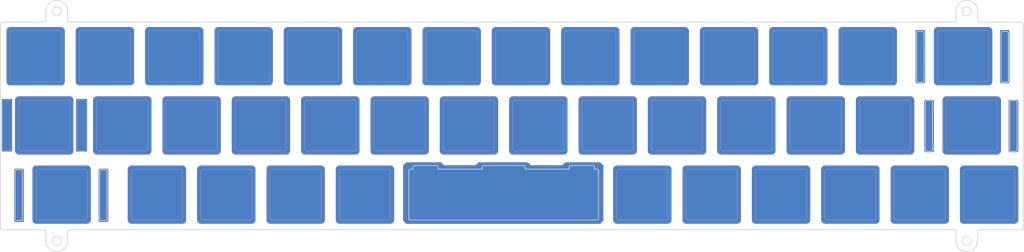
<source format=kicad_pcb>
(kicad_pcb (version 20210424) (generator pcbnew)
  (layers (0 "F.Cu" signal) (31 "B.Cu" signal) (34 "B.Paste" user) (35 "F.Paste" user) (36 "B.SilkS" user "B.Silkscreen") (37 "F.SilkS" user "F.Silkscreen") (38 "B.Mask" user) (39 "F.Mask" user) (44 "Edge.Cuts" user))
  (net 0 "")
  (footprint "Keybage_MX_Cutout:MX_Cutout_1u" (layer "F.Cu") (at 120.3625 261.14375 180)
    (fp_text reference "REF**" hide)
    (fp_text value "MX_Cutout_1u" hide)
    (fp_line (start -7 -6.5) (end -7 6.5) (layer "Edge.Cuts") (width 0.05))
    (fp_line (start -6.5 7) (end 6.5 7) (layer "Edge.Cuts") (width 0.05))
    (fp_line (start 7 6.5) (end 7 -6.5) (layer "Edge.Cuts") (width 0.05))
    (fp_line (start 6.5 -7) (end -6.5 -7) (layer "Edge.Cuts") (width 0.05))
    (fp_arc (start -6.5 6.5) (end -7 6.5) (angle -90) (layer "Edge.Cuts") (width 0.05))
    (fp_arc (start 6.5 6.5) (end 6.5 7) (angle -90) (layer "Edge.Cuts") (width 0.05))
    (fp_arc (start -6.5 -6.5) (end -6.5 -7) (angle -90) (layer "Edge.Cuts") (width 0.05))
    (fp_arc (start 6.5 -6.5) (end 7 -6.5) (angle -90) (layer "Edge.Cuts") (width 0.05))
    (pad "1" smd roundrect locked (at 0 0) (size 16 16) (layers "B.Cu" "B.Mask") (roundrect_rratio 0.063))
    (pad "1" smd roundrect locked (at 0 0) (size 16 16) (layers "F.Cu" "F.Mask") (roundrect_rratio 0.063))
  )
  (footprint "Keybage_MX_Cutout:MX_Cutout_1u" (layer "F.Cu") (at 225.1375 280.19375 180)
    (fp_text reference "REF**" hide)
    (fp_text value "MX_Cutout_1u" hide)
    (fp_line (start 6.5 -7) (end -6.5 -7) (layer "Edge.Cuts") (width 0.05))
    (fp_line (start 7 6.5) (end 7 -6.5) (layer "Edge.Cuts") (width 0.05))
    (fp_line (start -6.5 7) (end 6.5 7) (layer "Edge.Cuts") (width 0.05))
    (fp_line (start -7 -6.5) (end -7 6.5) (layer "Edge.Cuts") (width 0.05))
    (fp_arc (start -6.5 6.5) (end -7 6.5) (angle -90) (layer "Edge.Cuts") (width 0.05))
    (fp_arc (start 6.5 -6.5) (end 7 -6.5) (angle -90) (layer "Edge.Cuts") (width 0.05))
    (fp_arc (start 6.5 6.5) (end 6.5 7) (angle -90) (layer "Edge.Cuts") (width 0.05))
    (fp_arc (start -6.5 -6.5) (end -6.5 -7) (angle -90) (layer "Edge.Cuts") (width 0.05))
    (pad "1" smd roundrect locked (at 0 0) (size 16 16) (layers "F.Cu" "F.Mask") (roundrect_rratio 0.063))
    (pad "1" smd roundrect locked (at 0 0) (size 16 16) (layers "B.Cu" "B.Mask") (roundrect_rratio 0.063))
  )
  (footprint "Keybage_MX_Cutout:MX_Cutout_1u" (layer "F.Cu") (at 115.6 242.09375 180)
    (fp_text reference "REF**" hide)
    (fp_text value "MX_Cutout_1u" hide)
    (fp_line (start 6.5 -7) (end -6.5 -7) (layer "Edge.Cuts") (width 0.05))
    (fp_line (start 7 6.5) (end 7 -6.5) (layer "Edge.Cuts") (width 0.05))
    (fp_line (start -6.5 7) (end 6.5 7) (layer "Edge.Cuts") (width 0.05))
    (fp_line (start -7 -6.5) (end -7 6.5) (layer "Edge.Cuts") (width 0.05))
    (fp_arc (start -6.5 6.5) (end -7 6.5) (angle -90) (layer "Edge.Cuts") (width 0.05))
    (fp_arc (start 6.5 6.5) (end 6.5 7) (angle -90) (layer "Edge.Cuts") (width 0.05))
    (fp_arc (start 6.5 -6.5) (end 7 -6.5) (angle -90) (layer "Edge.Cuts") (width 0.05))
    (fp_arc (start -6.5 -6.5) (end -6.5 -7) (angle -90) (layer "Edge.Cuts") (width 0.05))
    (pad "1" smd roundrect locked (at 0 0) (size 16 16) (layers "F.Cu" "F.Mask") (roundrect_rratio 0.063))
    (pad "1" smd roundrect locked (at 0 0) (size 16 16) (layers "B.Cu" "B.Mask") (roundrect_rratio 0.063))
  )
  (footprint "Keybage_MX_Cutout:MX_Cutout_1u" (layer "F.Cu") (at 72.7375 280.19375 180)
    (fp_text reference "REF**" hide)
    (fp_text value "MX_Cutout_1u" hide)
    (fp_line (start -6.5 7) (end 6.5 7) (layer "Edge.Cuts") (width 0.05))
    (fp_line (start 6.5 -7) (end -6.5 -7) (layer "Edge.Cuts") (width 0.05))
    (fp_line (start 7 6.5) (end 7 -6.5) (layer "Edge.Cuts") (width 0.05))
    (fp_line (start -7 -6.5) (end -7 6.5) (layer "Edge.Cuts") (width 0.05))
    (fp_arc (start 6.5 -6.5) (end 7 -6.5) (angle -90) (layer "Edge.Cuts") (width 0.05))
    (fp_arc (start 6.5 6.5) (end 6.5 7) (angle -90) (layer "Edge.Cuts") (width 0.05))
    (fp_arc (start -6.5 6.5) (end -7 6.5) (angle -90) (layer "Edge.Cuts") (width 0.05))
    (fp_arc (start -6.5 -6.5) (end -6.5 -7) (angle -90) (layer "Edge.Cuts") (width 0.05))
    (pad "1" smd roundrect locked (at 0 0) (size 16 16) (layers "B.Cu" "B.Mask") (roundrect_rratio 0.063))
    (pad "1" smd roundrect locked (at 0 0) (size 16 16) (layers "F.Cu" "F.Mask") (roundrect_rratio 0.063))
  )
  (footprint "Keybage_MX_Cutout:MX_Cutout_1u" (layer "F.Cu") (at 96.55 242.09375 180)
    (fp_text reference "REF**" hide)
    (fp_text value "MX_Cutout_1u" hide)
    (fp_line (start 7 6.5) (end 7 -6.5) (layer "Edge.Cuts") (width 0.05))
    (fp_line (start -6.5 7) (end 6.5 7) (layer "Edge.Cuts") (width 0.05))
    (fp_line (start -7 -6.5) (end -7 6.5) (layer "Edge.Cuts") (width 0.05))
    (fp_line (start 6.5 -7) (end -6.5 -7) (layer "Edge.Cuts") (width 0.05))
    (fp_arc (start -6.5 -6.5) (end -6.5 -7) (angle -90) (layer "Edge.Cuts") (width 0.05))
    (fp_arc (start 6.5 -6.5) (end 7 -6.5) (angle -90) (layer "Edge.Cuts") (width 0.05))
    (fp_arc (start 6.5 6.5) (end 6.5 7) (angle -90) (layer "Edge.Cuts") (width 0.05))
    (fp_arc (start -6.5 6.5) (end -7 6.5) (angle -90) (layer "Edge.Cuts") (width 0.05))
    (pad "1" smd roundrect locked (at 0 0) (size 16 16) (layers "B.Cu" "B.Mask") (roundrect_rratio 0.063))
    (pad "1" smd roundrect locked (at 0 0) (size 16 16) (layers "F.Cu" "F.Mask") (roundrect_rratio 0.063))
  )
  (footprint "Keybage_MX_Cutout:MX_Cutout_1u" (layer "F.Cu") (at 63.2125 261.14375 180)
    (fp_text reference "REF**" hide)
    (fp_text value "MX_Cutout_1u" hide)
    (fp_line (start -6.5 7) (end 6.5 7) (layer "Edge.Cuts") (width 0.05))
    (fp_line (start 6.5 -7) (end -6.5 -7) (layer "Edge.Cuts") (width 0.05))
    (fp_line (start 7 6.5) (end 7 -6.5) (layer "Edge.Cuts") (width 0.05))
    (fp_line (start -7 -6.5) (end -7 6.5) (layer "Edge.Cuts") (width 0.05))
    (fp_arc (start -6.5 -6.5) (end -6.5 -7) (angle -90) (layer "Edge.Cuts") (width 0.05))
    (fp_arc (start 6.5 6.5) (end 6.5 7) (angle -90) (layer "Edge.Cuts") (width 0.05))
    (fp_arc (start -6.5 6.5) (end -7 6.5) (angle -90) (layer "Edge.Cuts") (width 0.05))
    (fp_arc (start 6.5 -6.5) (end 7 -6.5) (angle -90) (layer "Edge.Cuts") (width 0.05))
    (pad "1" smd roundrect locked (at 0 0) (size 16 16) (layers "B.Cu" "B.Mask") (roundrect_rratio 0.063))
    (pad "1" smd roundrect locked (at 0 0) (size 16 16) (layers "F.Cu" "F.Mask") (roundrect_rratio 0.063))
  )
  (footprint "Keybage_MX_Cutout:MX_Cutout_1u" (layer "F.Cu") (at 191.8 242.09375 180)
    (fp_text reference "REF**" hide)
    (fp_text value "MX_Cutout_1u" hide)
    (fp_line (start -7 -6.5) (end -7 6.5) (layer "Edge.Cuts") (width 0.05))
    (fp_line (start -6.5 7) (end 6.5 7) (layer "Edge.Cuts") (width 0.05))
    (fp_line (start 6.5 -7) (end -6.5 -7) (layer "Edge.Cuts") (width 0.05))
    (fp_line (start 7 6.5) (end 7 -6.5) (layer "Edge.Cuts") (width 0.05))
    (fp_arc (start 6.5 6.5) (end 6.5 7) (angle -90) (layer "Edge.Cuts") (width 0.05))
    (fp_arc (start -6.5 6.5) (end -7 6.5) (angle -90) (layer "Edge.Cuts") (width 0.05))
    (fp_arc (start -6.5 -6.5) (end -6.5 -7) (angle -90) (layer "Edge.Cuts") (width 0.05))
    (fp_arc (start 6.5 -6.5) (end 7 -6.5) (angle -90) (layer "Edge.Cuts") (width 0.05))
    (pad "1" smd roundrect locked (at 0 0) (size 16 16) (layers "F.Cu" "F.Mask") (roundrect_rratio 0.063))
    (pad "1" smd roundrect locked (at 0 0) (size 16 16) (layers "B.Cu" "B.Mask") (roundrect_rratio 0.063))
  )
  (footprint "Keybage_MX_Cutout:MX_Cutout_1u" (layer "F.Cu") (at 53.6875 280.19375 180)
    (fp_text reference "REF**" hide)
    (fp_text value "MX_Cutout_1u" hide)
    (fp_line (start 6.5 -7) (end -6.5 -7) (layer "Edge.Cuts") (width 0.05))
    (fp_line (start -7 -6.5) (end -7 6.5) (layer "Edge.Cuts") (width 0.05))
    (fp_line (start -6.5 7) (end 6.5 7) (layer "Edge.Cuts") (width 0.05))
    (fp_line (start 7 6.5) (end 7 -6.5) (layer "Edge.Cuts") (width 0.05))
    (fp_arc (start 6.5 6.5) (end 6.5 7) (angle -90) (layer "Edge.Cuts") (width 0.05))
    (fp_arc (start -6.5 6.5) (end -7 6.5) (angle -90) (layer "Edge.Cuts") (width 0.05))
    (fp_arc (start -6.5 -6.5) (end -6.5 -7) (angle -90) (layer "Edge.Cuts") (width 0.05))
    (fp_arc (start 6.5 -6.5) (end 7 -6.5) (angle -90) (layer "Edge.Cuts") (width 0.05))
    (pad "1" smd roundrect locked (at 0 0) (size 16 16) (layers "F.Cu" "F.Mask") (roundrect_rratio 0.063))
    (pad "1" smd roundrect locked (at 0 0) (size 16 16) (layers "B.Cu" "B.Mask") (roundrect_rratio 0.063))
  )
  (footprint "Keybage_MX_Cutout:MX_Cutout_1.25u_Acoustic" (layer "F.Cu") (at 22.73125 261.14375 180)
    (fp_text reference "REF**" hide)
    (fp_text value "MX_Cutout_1.25u_Acoustic" hide)
    (fp_line (start 9 -6.5) (end 9 6.5) (layer "Edge.Cuts") (width 0.05))
    (fp_line (start -9 -6.5) (end -9 6.5) (layer "Edge.Cuts") (width 0.05))
    (fp_line (start 11.5 -6.5) (end 11.5 6.5) (layer "Edge.Cuts") (width 0.05))
    (fp_line (start -11.5 -6.5) (end -11.5 6.5) (layer "Edge.Cuts") (width 0.05))
    (fp_line (start -11 7) (end -9.5 7) (layer "Edge.Cuts") (width 0.05))
    (fp_line (start 11 -7) (end 9.5 -7) (layer "Edge.Cuts") (width 0.05))
    (fp_line (start -9.5 -7) (end -11 -7) (layer "Edge.Cuts") (width 0.05))
    (fp_line (start 9.5 7) (end 11 7) (layer "Edge.Cuts") (width 0.05))
    (fp_arc (start -11 6.5) (end -11.5 6.5) (angle -90) (layer "Edge.Cuts") (width 0.05))
    (fp_arc (start -9.5 6.5) (end -9.5 7) (angle -90) (layer "Edge.Cuts") (width 0.05))
    (fp_arc (start -11 -6.5) (end -11 -7) (angle -90) (layer "Edge.Cuts") (width 0.05))
    (fp_arc (start 11 6.5) (end 11 7) (angle -90) (layer "Edge.Cuts") (width 0.05))
    (fp_arc (start 9.5 6.5) (end 9 6.5) (angle -90) (layer "Edge.Cuts") (width 0.05))
    (fp_arc (start 9.5 -6.5) (end 9.5 -7) (angle -90) (layer "Edge.Cuts") (width 0.05))
    (fp_arc (start -9.5 -6.5) (end -9 -6.5) (angle -90) (layer "Edge.Cuts") (width 0.05))
    (fp_arc (start 11 -6.5) (end 11.5 -6.5) (angle -90) (layer "Edge.Cuts") (width 0.05))
  )
  (footprint "Keybage_MX_Cutout:MX_Cutout_1.25u" (layer "F.Cu") (at 22.73125 261.14375 180)
    (fp_text reference "REF**" hide)
    (fp_text value "MX_Cutout_1.25u" hide)
    (fp_line (start 7 6.5) (end 7 -6.5) (layer "Edge.Cuts") (width 0.05))
    (fp_line (start -6.5 7) (end 6.5 7) (layer "Edge.Cuts") (width 0.05))
    (fp_line (start -7 -6.5) (end -7 6.5) (layer "Edge.Cuts") (width 0.05))
    (fp_line (start 6.5 -7) (end -6.5 -7) (layer "Edge.Cuts") (width 0.05))
    (fp_arc (start 6.5 -6.5) (end 7 -6.5) (angle -90) (layer "Edge.Cuts") (width 0.05))
    (fp_arc (start -6.5 6.5) (end -7 6.5) (angle -90) (layer "Edge.Cuts") (width 0.05))
    (fp_arc (start 6.5 6.5) (end 6.5 7) (angle -90) (layer "Edge.Cuts") (width 0.05))
    (fp_arc (start -6.5 -6.5) (end -6.5 -7) (angle -90) (layer "Edge.Cuts") (width 0.05))
    (pad "1" smd roundrect locked (at 0 0) (size 16 16) (layers "B.Cu" "B.Mask") (roundrect_rratio 0.063))
    (pad "1" smd roundrect locked (at 0 0) (size 16 16) (layers "F.Cu" "F.Mask") (roundrect_rratio 0.063))
  )
  (footprint "Keybage_MX_Cutout:MX_Cutout_1u" (layer "F.Cu") (at 158.4625 261.14375 180)
    (fp_text reference "REF**" hide)
    (fp_text value "MX_Cutout_1u" hide)
    (fp_line (start -7 -6.5) (end -7 6.5) (layer "Edge.Cuts") (width 0.05))
    (fp_line (start 7 6.5) (end 7 -6.5) (layer "Edge.Cuts") (width 0.05))
    (fp_line (start 6.5 -7) (end -6.5 -7) (layer "Edge.Cuts") (width 0.05))
    (fp_line (start -6.5 7) (end 6.5 7) (layer "Edge.Cuts") (width 0.05))
    (fp_arc (start -6.5 6.5) (end -7 6.5) (angle -90) (layer "Edge.Cuts") (width 0.05))
    (fp_arc (start -6.5 -6.5) (end -6.5 -7) (angle -90) (layer "Edge.Cuts") (width 0.05))
    (fp_arc (start 6.5 6.5) (end 6.5 7) (angle -90) (layer "Edge.Cuts") (width 0.05))
    (fp_arc (start 6.5 -6.5) (end 7 -6.5) (angle -90) (layer "Edge.Cuts") (width 0.05))
    (pad "1" smd roundrect locked (at 0 0) (size 16 16) (layers "F.Cu" "F.Mask") (roundrect_rratio 0.063))
    (pad "1" smd roundrect locked (at 0 0) (size 16 16) (layers "B.Cu" "B.Mask") (roundrect_rratio 0.063))
  )
  (footprint "Keybage_MX_Cutout:MX_Cutout_1u" (layer "F.Cu") (at 210.85 242.09375 180)
    (fp_text reference "REF**" hide)
    (fp_text value "MX_Cutout_1u" hide)
    (fp_line (start -6.5 7) (end 6.5 7) (layer "Edge.Cuts") (width 0.05))
    (fp_line (start 6.5 -7) (end -6.5 -7) (layer "Edge.Cuts") (width 0.05))
    (fp_line (start -7 -6.5) (end -7 6.5) (layer "Edge.Cuts") (width 0.05))
    (fp_line (start 7 6.5) (end 7 -6.5) (layer "Edge.Cuts") (width 0.05))
    (fp_arc (start -6.5 6.5) (end -7 6.5) (angle -90) (layer "Edge.Cuts") (width 0.05))
    (fp_arc (start -6.5 -6.5) (end -6.5 -7) (angle -90) (layer "Edge.Cuts") (width 0.05))
    (fp_arc (start 6.5 6.5) (end 6.5 7) (angle -90) (layer "Edge.Cuts") (width 0.05))
    (fp_arc (start 6.5 -6.5) (end 7 -6.5) (angle -90) (layer "Edge.Cuts") (width 0.05))
    (pad "1" smd roundrect locked (at 0 0) (size 16 16) (layers "B.Cu" "B.Mask") (roundrect_rratio 0.063))
    (pad "1" smd roundrect locked (at 0 0) (size 16 16) (layers "F.Cu" "F.Mask") (roundrect_rratio 0.063))
  )
  (footprint "Keybage_MX_Cutout:MX_Cutout_1.75u" (layer "F.Cu") (at 27.49375 280.19375 180)
    (fp_text reference "REF**" hide)
    (fp_text value "MX_Cutout_1.75u" hide)
    (fp_line (start 6.5 -7) (end -6.5 -7) (layer "Edge.Cuts") (width 0.05))
    (fp_line (start -6.5 7) (end 6.5 7) (layer "Edge.Cuts") (width 0.05))
    (fp_line (start 7 6.5) (end 7 -6.5) (layer "Edge.Cuts") (width 0.05))
    (fp_line (start -7 -6.5) (end -7 6.5) (layer "Edge.Cuts") (width 0.05))
    (fp_arc (start -6.5 -6.5) (end -6.5 -7) (angle -90) (layer "Edge.Cuts") (width 0.05))
    (fp_arc (start 6.5 6.5) (end 6.5 7) (angle -90) (layer "Edge.Cuts") (width 0.05))
    (fp_arc (start 6.5 -6.5) (end 7 -6.5) (angle -90) (layer "Edge.Cuts") (width 0.05))
    (fp_arc (start -6.5 6.5) (end -7 6.5) (angle -90) (layer "Edge.Cuts") (width 0.05))
    (pad "1" smd roundrect locked (at 0 0) (size 16 16) (layers "F.Cu" "F.Mask") (roundrect_rratio 0.063))
    (pad "1" smd roundrect locked (at 0 0) (size 16 16) (layers "B.Cu" "B.Mask") (roundrect_rratio 0.063))
  )
  (footprint "Keybage_MX_Cutout:MX_Cutout_1u" (layer "F.Cu") (at 58.45 242.09375 180)
    (fp_text reference "REF**" hide)
    (fp_text value "MX_Cutout_1u" hide)
    (fp_line (start -6.5 7) (end 6.5 7) (layer "Edge.Cuts") (width 0.05))
    (fp_line (start 6.5 -7) (end -6.5 -7) (layer "Edge.Cuts") (width 0.05))
    (fp_line (start 7 6.5) (end 7 -6.5) (layer "Edge.Cuts") (width 0.05))
    (fp_line (start -7 -6.5) (end -7 6.5) (layer "Edge.Cuts") (width 0.05))
    (fp_arc (start -6.5 -6.5) (end -6.5 -7) (angle -90) (layer "Edge.Cuts") (width 0.05))
    (fp_arc (start -6.5 6.5) (end -7 6.5) (angle -90) (layer "Edge.Cuts") (width 0.05))
    (fp_arc (start 6.5 6.5) (end 6.5 7) (angle -90) (layer "Edge.Cuts") (width 0.05))
    (fp_arc (start 6.5 -6.5) (end 7 -6.5) (angle -90) (layer "Edge.Cuts") (width 0.05))
    (pad "1" smd roundrect locked (at 0 0) (size 16 16) (layers "F.Cu" "F.Mask") (roundrect_rratio 0.063))
    (pad "1" smd roundrect locked (at 0 0) (size 16 16) (layers "B.Cu" "B.Mask") (roundrect_rratio 0.063))
  )
  (footprint "Keybage_MX_Cutout:MX_Cutout_1u" (layer "F.Cu") (at 248.95 242.09375 180)
    (fp_text reference "REF**" hide)
    (fp_text value "MX_Cutout_1u" hide)
    (fp_line (start -7 -6.5) (end -7 6.5) (layer "Edge.Cuts") (width 0.05))
    (fp_line (start 7 6.5) (end 7 -6.5) (layer "Edge.Cuts") (width 0.05))
    (fp_line (start 6.5 -7) (end -6.5 -7) (layer "Edge.Cuts") (width 0.05))
    (fp_line (start -6.5 7) (end 6.5 7) (layer "Edge.Cuts") (width 0.05))
    (fp_arc (start -6.5 -6.5) (end -6.5 -7) (angle -90) (layer "Edge.Cuts") (width 0.05))
    (fp_arc (start -6.5 6.5) (end -7 6.5) (angle -90) (layer "Edge.Cuts") (width 0.05))
    (fp_arc (start 6.5 6.5) (end 6.5 7) (angle -90) (layer "Edge.Cuts") (width 0.05))
    (fp_arc (start 6.5 -6.5) (end 7 -6.5) (angle -90) (layer "Edge.Cuts") (width 0.05))
    (pad "1" smd roundrect locked (at 0 0) (size 16 16) (layers "B.Cu" "B.Mask") (roundrect_rratio 0.063))
    (pad "1" smd roundrect locked (at 0 0) (size 16 16) (layers "F.Cu" "F.Mask") (roundrect_rratio 0.063))
  )
  (footprint "Keybage_MX_Cutout:MX_Cutout_1u" (layer "F.Cu") (at 139.4125 261.14375 180)
    (fp_text reference "REF**" hide)
    (fp_text value "MX_Cutout_1u" hide)
    (fp_line (start -7 -6.5) (end -7 6.5) (layer "Edge.Cuts") (width 0.05))
    (fp_line (start 6.5 -7) (end -6.5 -7) (layer "Edge.Cuts") (width 0.05))
    (fp_line (start -6.5 7) (end 6.5 7) (layer "Edge.Cuts") (width 0.05))
    (fp_line (start 7 6.5) (end 7 -6.5) (layer "Edge.Cuts") (width 0.05))
    (fp_arc (start 6.5 6.5) (end 6.5 7) (angle -90) (layer "Edge.Cuts") (width 0.05))
    (fp_arc (start -6.5 -6.5) (end -6.5 -7) (angle -90) (layer "Edge.Cuts") (width 0.05))
    (fp_arc (start 6.5 -6.5) (end 7 -6.5) (angle -90) (layer "Edge.Cuts") (width 0.05))
    (fp_arc (start -6.5 6.5) (end -7 6.5) (angle -90) (layer "Edge.Cuts") (width 0.05))
    (pad "1" smd roundrect locked (at 0 0) (size 16 16) (layers "F.Cu" "F.Mask") (roundrect_rratio 0.063))
    (pad "1" smd roundrect locked (at 0 0) (size 16 16) (layers "B.Cu" "B.Mask") (roundrect_rratio 0.063))
  )
  (footprint "Keybage_MX_Cutout:MX_Cutout_1u" (layer "F.Cu") (at 82.2625 261.14375 180)
    (fp_text reference "REF**" hide)
    (fp_text value "MX_Cutout_1u" hide)
    (fp_line (start 7 6.5) (end 7 -6.5) (layer "Edge.Cuts") (width 0.05))
    (fp_line (start -7 -6.5) (end -7 6.5) (layer "Edge.Cuts") (width 0.05))
    (fp_line (start -6.5 7) (end 6.5 7) (layer "Edge.Cuts") (width 0.05))
    (fp_line (start 6.5 -7) (end -6.5 -7) (layer "Edge.Cuts") (width 0.05))
    (fp_arc (start 6.5 6.5) (end 6.5 7) (angle -90) (layer "Edge.Cuts") (width 0.05))
    (fp_arc (start 6.5 -6.5) (end 7 -6.5) (angle -90) (layer "Edge.Cuts") (width 0.05))
    (fp_arc (start -6.5 -6.5) (end -6.5 -7) (angle -90) (layer "Edge.Cuts") (width 0.05))
    (fp_arc (start -6.5 6.5) (end -7 6.5) (angle -90) (layer "Edge.Cuts") (width 0.05))
    (pad "1" smd roundrect locked (at 0 0) (size 16 16) (layers "F.Cu" "F.Mask") (roundrect_rratio 0.063))
    (pad "1" smd roundrect locked (at 0 0) (size 16 16) (layers "B.Cu" "B.Mask") (roundrect_rratio 0.063))
  )
  (footprint "Keybage_MX_Cutout:MX_Cutout_1u" (layer "F.Cu") (at 263.2375 280.19375 180)
    (fp_text reference "REF**" hide)
    (fp_text value "MX_Cutout_1u" hide)
    (fp_line (start 7 6.5) (end 7 -6.5) (layer "Edge.Cuts") (width 0.05))
    (fp_line (start -7 -6.5) (end -7 6.5) (layer "Edge.Cuts") (width 0.05))
    (fp_line (start -6.5 7) (end 6.5 7) (layer "Edge.Cuts") (width 0.05))
    (fp_line (start 6.5 -7) (end -6.5 -7) (layer "Edge.Cuts") (width 0.05))
    (fp_arc (start -6.5 -6.5) (end -6.5 -7) (angle -90) (layer "Edge.Cuts") (width 0.05))
    (fp_arc (start 6.5 -6.5) (end 7 -6.5) (angle -90) (layer "Edge.Cuts") (width 0.05))
    (fp_arc (start -6.5 6.5) (end -7 6.5) (angle -90) (layer "Edge.Cuts") (width 0.05))
    (fp_arc (start 6.5 6.5) (end 6.5 7) (angle -90) (layer "Edge.Cuts") (width 0.05))
    (pad "1" smd roundrect locked (at 0 0) (size 16 16) (layers "B.Cu" "B.Mask") (roundrect_rratio 0.063))
    (pad "1" smd roundrect locked (at 0 0) (size 16 16) (layers "F.Cu" "F.Mask") (roundrect_rratio 0.063))
  )
  (footprint "Keybage_MX_Cutout:MX_Cutout_1u" (layer "F.Cu") (at 153.7 242.09375 180)
    (fp_text reference "REF**" hide)
    (fp_text value "MX_Cutout_1u" hide)
    (fp_line (start 7 6.5) (end 7 -6.5) (layer "Edge.Cuts") (width 0.05))
    (fp_line (start 6.5 -7) (end -6.5 -7) (layer "Edge.Cuts") (width 0.05))
    (fp_line (start -7 -6.5) (end -7 6.5) (layer "Edge.Cuts") (width 0.05))
    (fp_line (start -6.5 7) (end 6.5 7) (layer "Edge.Cuts") (width 0.05))
    (fp_arc (start 6.5 6.5) (end 6.5 7) (angle -90) (layer "Edge.Cuts") (width 0.05))
    (fp_arc (start -6.5 -6.5) (end -6.5 -7) (angle -90) (layer "Edge.Cuts") (width 0.05))
    (fp_arc (start -6.5 6.5) (end -7 6.5) (angle -90) (layer "Edge.Cuts") (width 0.05))
    (fp_arc (start 6.5 -6.5) (end 7 -6.5) (angle -90) (layer "Edge.Cuts") (width 0.05))
    (pad "1" smd roundrect locked (at 0 0) (size 16 16) (layers "B.Cu" "B.Mask") (roundrect_rratio 0.063))
    (pad "1" smd roundrect locked (at 0 0) (size 16 16) (layers "F.Cu" "F.Mask") (roundrect_rratio 0.063))
  )
  (footprint "Keybage_MX_Cutout:MX_Cutout_1u" (layer "F.Cu") (at 110.8375 280.19375 180)
    (fp_text reference "REF**" hide)
    (fp_text value "MX_Cutout_1u" hide)
    (fp_line (start 7 6.5) (end 7 -6.5) (layer "Edge.Cuts") (width 0.05))
    (fp_line (start -6.5 7) (end 6.5 7) (layer "Edge.Cuts") (width 0.05))
    (fp_line (start 6.5 -7) (end -6.5 -7) (layer "Edge.Cuts") (width 0.05))
    (fp_line (start -7 -6.5) (end -7 6.5) (layer "Edge.Cuts") (width 0.05))
    (fp_arc (start 6.5 6.5) (end 6.5 7) (angle -90) (layer "Edge.Cuts") (width 0.05))
    (fp_arc (start -6.5 -6.5) (end -6.5 -7) (angle -90) (layer "Edge.Cuts") (width 0.05))
    (fp_arc (start 6.5 -6.5) (end 7 -6.5) (angle -90) (layer "Edge.Cuts") (width 0.05))
    (fp_arc (start -6.5 6.5) (end -7 6.5) (angle -90) (layer "Edge.Cuts") (width 0.05))
    (pad "1" smd roundrect locked (at 0 0) (size 16 16) (layers "F.Cu" "F.Mask") (roundrect_rratio 0.063))
    (pad "1" smd roundrect locked (at 0 0) (size 16 16) (layers "B.Cu" "B.Mask") (roundrect_rratio 0.063))
  )
  (footprint "Keybage_MX_Cutout:MX_Cutout_1u" (layer "F.Cu") (at 101.3125 261.14375 180)
    (fp_text reference "REF**" hide)
    (fp_text value "MX_Cutout_1u" hide)
    (fp_line (start -7 -6.5) (end -7 6.5) (layer "Edge.Cuts") (width 0.05))
    (fp_line (start 6.5 -7) (end -6.5 -7) (layer "Edge.Cuts") (width 0.05))
    (fp_line (start 7 6.5) (end 7 -6.5) (layer "Edge.Cuts") (width 0.05))
    (fp_line (start -6.5 7) (end 6.5 7) (layer "Edge.Cuts") (width 0.05))
    (fp_arc (start -6.5 6.5) (end -7 6.5) (angle -90) (layer "Edge.Cuts") (width 0.05))
    (fp_arc (start 6.5 6.5) (end 6.5 7) (angle -90) (layer "Edge.Cuts") (width 0.05))
    (fp_arc (start -6.5 -6.5) (end -6.5 -7) (angle -90) (layer "Edge.Cuts") (width 0.05))
    (fp_arc (start 6.5 -6.5) (end 7 -6.5) (angle -90) (layer "Edge.Cuts") (width 0.05))
    (pad "1" smd roundrect locked (at 0 0) (size 16 16) (layers "B.Cu" "B.Mask") (roundrect_rratio 0.063))
    (pad "1" smd roundrect locked (at 0 0) (size 16 16) (layers "F.Cu" "F.Mask") (roundrect_rratio 0.063))
  )
  (footprint "Keybage_MX_Cutout:MX_Cutout_1u" (layer "F.Cu") (at 44.1625 261.14375 180)
    (fp_text reference "REF**" hide)
    (fp_text value "MX_Cutout_1u" hide)
    (fp_line (start -7 -6.5) (end -7 6.5) (layer "Edge.Cuts") (width 0.05))
    (fp_line (start 7 6.5) (end 7 -6.5) (layer "Edge.Cuts") (width 0.05))
    (fp_line (start -6.5 7) (end 6.5 7) (layer "Edge.Cuts") (width 0.05))
    (fp_line (start 6.5 -7) (end -6.5 -7) (layer "Edge.Cuts") (width 0.05))
    (fp_arc (start 6.5 -6.5) (end 7 -6.5) (angle -90) (layer "Edge.Cuts") (width 0.05))
    (fp_arc (start -6.5 6.5) (end -7 6.5) (angle -90) (layer "Edge.Cuts") (width 0.05))
    (fp_arc (start -6.5 -6.5) (end -6.5 -7) (angle -90) (layer "Edge.Cuts") (width 0.05))
    (fp_arc (start 6.5 6.5) (end 6.5 7) (angle -90) (layer "Edge.Cuts") (width 0.05))
    (pad "1" smd roundrect locked (at 0 0) (size 16 16) (layers "F.Cu" "F.Mask") (roundrect_rratio 0.063))
    (pad "1" smd roundrect locked (at 0 0) (size 16 16) (layers "B.Cu" "B.Mask") (roundrect_rratio 0.063))
  )
  (footprint "Keybage_MX_Cutout:MX_Cutout_1u" (layer "F.Cu") (at 77.5 242.09375 180)
    (fp_text reference "REF**" hide)
    (fp_text value "MX_Cutout_1u" hide)
    (fp_line (start -6.5 7) (end 6.5 7) (layer "Edge.Cuts") (width 0.05))
    (fp_line (start 7 6.5) (end 7 -6.5) (layer "Edge.Cuts") (width 0.05))
    (fp_line (start -7 -6.5) (end -7 6.5) (layer "Edge.Cuts") (width 0.05))
    (fp_line (start 6.5 -7) (end -6.5 -7) (layer "Edge.Cuts") (width 0.05))
    (fp_arc (start 6.5 6.5) (end 6.5 7) (angle -90) (layer "Edge.Cuts") (width 0.05))
    (fp_arc (start -6.5 -6.5) (end -6.5 -7) (angle -90) (layer "Edge.Cuts") (width 0.05))
    (fp_arc (start -6.5 6.5) (end -7 6.5) (angle -90) (layer "Edge.Cuts") (width 0.05))
    (fp_arc (start 6.5 -6.5) (end 7 -6.5) (angle -90) (layer "Edge.Cuts") (width 0.05))
    (pad "1" smd roundrect locked (at 0 0) (size 16 16) (layers "F.Cu" "F.Mask") (roundrect_rratio 0.063))
    (pad "1" smd roundrect locked (at 0 0) (size 16 16) (layers "B.Cu" "B.Mask") (roundrect_rratio 0.063))
  )
  (footprint "Keybage_MX_Cutout:MX_Cutout_1u" (layer "F.Cu") (at 20.35 242.09375 180)
    (fp_text reference "REF**" hide)
    (fp_text value "MX_Cutout_1u" hide)
    (fp_line (start -7 -6.5) (end -7 6.5) (layer "Edge.Cuts") (width 0.05))
    (fp_line (start -6.5 7) (end 6.5 7) (layer "Edge.Cuts") (width 0.05))
    (fp_line (start 6.5 -7) (end -6.5 -7) (layer "Edge.Cuts") (width 0.05))
    (fp_line (start 7 6.5) (end 7 -6.5) (layer "Edge.Cuts") (width 0.05))
    (fp_arc (start 6.5 -6.5) (end 7 -6.5) (angle -90) (layer "Edge.Cuts") (width 0.05))
    (fp_arc (start 6.5 6.5) (end 6.5 7) (angle -90) (layer "Edge.Cuts") (width 0.05))
    (fp_arc (start -6.5 -6.5) (end -6.5 -7) (angle -90) (layer "Edge.Cuts") (width 0.05))
    (fp_arc (start -6.5 6.5) (end -7 6.5) (angle -90) (layer "Edge.Cuts") (width 0.05))
    (pad "1" smd roundrect locked (at 0 0) (size 16 16) (layers "B.Cu" "B.Mask") (roundrect_rratio 0.063))
    (pad "1" smd roundrect locked (at 0 0) (size 16 16) (layers "F.Cu" "F.Mask") (roundrect_rratio 0.063))
  )
  (footprint "Keybage_MX_Cutout:MX_Cutout_1u" (layer "F.Cu") (at 244.1875 280.19375 180)
    (fp_text reference "REF**" hide)
    (fp_text value "MX_Cutout_1u" hide)
    (fp_line (start 6.5 -7) (end -6.5 -7) (layer "Edge.Cuts") (width 0.05))
    (fp_line (start -6.5 7) (end 6.5 7) (layer "Edge.Cuts") (width 0.05))
    (fp_line (start 7 6.5) (end 7 -6.5) (layer "Edge.Cuts") (width 0.05))
    (fp_line (start -7 -6.5) (end -7 6.5) (layer "Edge.Cuts") (width 0.05))
    (fp_arc (start -6.5 6.5) (end -7 6.5) (angle -90) (layer "Edge.Cuts") (width 0.05))
    (fp_arc (start -6.5 -6.5) (end -6.5 -7) (angle -90) (layer "Edge.Cuts") (width 0.05))
    (fp_arc (start 6.5 6.5) (end 6.5 7) (angle -90) (layer "Edge.Cuts") (width 0.05))
    (fp_arc (start 6.5 -6.5) (end 7 -6.5) (angle -90) (layer "Edge.Cuts") (width 0.05))
    (pad "1" smd roundrect locked (at 0 0) (size 16 16) (layers "B.Cu" "B.Mask") (roundrect_rratio 0.063))
    (pad "1" smd roundrect locked (at 0 0) (size 16 16) (layers "F.Cu" "F.Mask") (roundrect_rratio 0.063))
  )
  (footprint "Keybage_MX_Cutout:MX_Cutout_1.75u" (layer "F.Cu") (at 275.14375 242.09375 180)
    (fp_text reference "REF**" hide)
    (fp_text value "MX_Cutout_1.75u" hide)
    (fp_line (start -6.5 7) (end 6.5 7) (layer "Edge.Cuts") (width 0.05))
    (fp_line (start 6.5 -7) (end -6.5 -7) (layer "Edge.Cuts") (width 0.05))
    (fp_line (start 7 6.5) (end 7 -6.5) (layer "Edge.Cuts") (width 0.05))
    (fp_line (start -7 -6.5) (end -7 6.5) (layer "Edge.Cuts") (width 0.05))
    (fp_arc (start 6.5 -6.5) (end 7 -6.5) (angle -90) (layer "Edge.Cuts") (width 0.05))
    (fp_arc (start 6.5 6.5) (end 6.5 7) (angle -90) (layer "Edge.Cuts") (width 0.05))
    (fp_arc (start -6.5 -6.5) (end -6.5 -7) (angle -90) (layer "Edge.Cuts") (width 0.05))
    (fp_arc (start -6.5 6.5) (end -7 6.5) (angle -90) (layer "Edge.Cuts") (width 0.05))
    (pad "1" smd roundrect locked (at 0 0) (size 16 16) (layers "B.Cu" "B.Mask") (roundrect_rratio 0.063))
    (pad "1" smd roundrect locked (at 0 0) (size 16 16) (layers "F.Cu" "F.Mask") (roundrect_rratio 0.063))
  )
  (footprint "Keybage_MX_Cutout:MX_Cutout_1u" (layer "F.Cu") (at 282.2875 280.19375 180)
    (fp_text reference "REF**" hide)
    (fp_text value "MX_Cutout_1u" hide)
    (fp_line (start -7 -6.5) (end -7 6.5) (layer "Edge.Cuts") (width 0.05))
    (fp_line (start 7 6.5) (end 7 -6.5) (layer "Edge.Cuts") (width 0.05))
    (fp_line (start 6.5 -7) (end -6.5 -7) (layer "Edge.Cuts") (width 0.05))
    (fp_line (start -6.5 7) (end 6.5 7) (layer "Edge.Cuts") (width 0.05))
    (fp_arc (start 6.5 6.5) (end 6.5 7) (angle -90) (layer "Edge.Cuts") (width 0.05))
    (fp_arc (start 6.5 -6.5) (end 7 -6.5) (angle -90) (layer "Edge.Cuts") (width 0.05))
    (fp_arc (start -6.5 6.5) (end -7 6.5) (angle -90) (layer "Edge.Cuts") (width 0.05))
    (fp_arc (start -6.5 -6.5) (end -6.5 -7) (angle -90) (layer "Edge.Cuts") (width 0.05))
    (pad "1" smd roundrect locked (at 0 0) (size 16 16) (layers "B.Cu" "B.Mask") (roundrect_rratio 0.063))
    (pad "1" smd roundrect locked (at 0 0) (size 16 16) (layers "F.Cu" "F.Mask") (roundrect_rratio 0.063))
  )
  (footprint "Keybage_MX_Cutout:MX_Cutout_1u" (layer "F.Cu") (at 206.0875 280.19375 180)
    (fp_text reference "REF**" hide)
    (fp_text value "MX_Cutout_1u" hide)
    (fp_line (start -7 -6.5) (end -7 6.5) (layer "Edge.Cuts") (width 0.05))
    (fp_line (start 6.5 -7) (end -6.5 -7) (layer "Edge.Cuts") (width 0.05))
    (fp_line (start 7 6.5) (end 7 -6.5) (layer "Edge.Cuts") (width 0.05))
    (fp_line (start -6.5 7) (end 6.5 7) (layer "Edge.Cuts") (width 0.05))
    (fp_arc (start -6.5 -6.5) (end -6.5 -7) (angle -90) (layer "Edge.Cuts") (width 0.05))
    (fp_arc (start 6.5 6.5) (end 6.5 7) (angle -90) (layer "Edge.Cuts") (width 0.05))
    (fp_arc (start 6.5 -6.5) (end 7 -6.5) (angle -90) (layer "Edge.Cuts") (width 0.05))
    (fp_arc (start -6.5 6.5) (end -7 6.5) (angle -90) (layer "Edge.Cuts") (width 0.05))
    (pad "1" smd roundrect locked (at 0 0) (size 16 16) (layers "F.Cu" "F.Mask") (roundrect_rratio 0.063))
    (pad "1" smd roundrect locked (at 0 0) (size 16 16) (layers "B.Cu" "B.Mask") (roundrect_rratio 0.063))
  )
  (footprint "Keybage_MX_Cutout:MX_Cutout_1u" (layer "F.Cu") (at 229.9 242.09375 180)
    (fp_text reference "REF**" hide)
    (fp_text value "MX_Cutout_1u" hide)
    (fp_line (start -6.5 7) (end 6.5 7) (layer "Edge.Cuts") (width 0.05))
    (fp_line (start -7 -6.5) (end -7 6.5) (layer "Edge.Cuts") (width 0.05))
    (fp_line (start 7 6.5) (end 7 -6.5) (layer "Edge.Cuts") (width 0.05))
    (fp_line (start 6.5 -7) (end -6.5 -7) (layer "Edge.Cuts") (width 0.05))
    (fp_arc (start -6.5 -6.5) (end -6.5 -7) (angle -90) (layer "Edge.Cuts") (width 0.05))
    (fp_arc (start 6.5 -6.5) (end 7 -6.5) (angle -90) (layer "Edge.Cuts") (width 0.05))
    (fp_arc (start 6.5 6.5) (end 6.5 7) (angle -90) (layer "Edge.Cuts") (width 0.05))
    (fp_arc (start -6.5 6.5) (end -7 6.5) (angle -90) (layer "Edge.Cuts") (width 0.05))
    (pad "1" smd roundrect locked (at 0 0) (size 16 16) (layers "B.Cu" "B.Mask") (roundrect_rratio 0.063))
    (pad "1" smd roundrect locked (at 0 0) (size 16 16) (layers "F.Cu" "F.Mask") (roundrect_rratio 0.063))
  )
  (footprint "Keybage_MX_Cutout:MX_Cutout_1.5u" (layer "F.Cu") (at 277.525 261.14375 180)
    (fp_text reference "REF**" hide)
    (fp_text value "MX_Cutout_1.5u" hide)
    (fp_line (start -6.5 7) (end 6.5 7) (layer "Edge.Cuts") (width 0.05))
    (fp_line (start -7 -6.5) (end -7 6.5) (layer "Edge.Cuts") (width 0.05))
    (fp_line (start 6.5 -7) (end -6.5 -7) (layer "Edge.Cuts") (width 0.05))
    (fp_line (start 7 6.5) (end 7 -6.5) (layer "Edge.Cuts") (width 0.05))
    (fp_arc (start -6.5 -6.5) (end -6.5 -7) (angle -90) (layer "Edge.Cuts") (width 0.05))
    (fp_arc (start -6.5 6.5) (end -7 6.5) (angle -90) (layer "Edge.Cuts") (width 0.05))
    (fp_arc (start 6.5 6.5) (end 6.5 7) (angle -90) (layer "Edge.Cuts") (width 0.05))
    (fp_arc (start 6.5 -6.5) (end 7 -6.5) (angle -90) (layer "Edge.Cuts") (width 0.05))
    (pad "1" smd roundrect locked (at 0 0) (size 16 16) (layers "F.Cu" "F.Mask") (roundrect_rratio 0.063))
    (pad "1" smd roundrect locked (at 0 0) (size 16 16) (layers "B.Cu" "B.Mask") (roundrect_rratio 0.063))
  )
  (footprint "Keybage_MX_Cutout:MX_Cutout_1u" (layer "F.Cu") (at 177.5125 261.14375 180)
    (fp_text reference "REF**" hide)
    (fp_text value "MX_Cutout_1u" hide)
    (fp_line (start -6.5 7) (end 6.5 7) (layer "Edge.Cuts") (width 0.05))
    (fp_line (start 6.5 -7) (end -6.5 -7) (layer "Edge.Cuts") (width 0.05))
    (fp_line (start -7 -6.5) (end -7 6.5) (layer "Edge.Cuts") (width 0.05))
    (fp_line (start 7 6.5) (end 7 -6.5) (layer "Edge.Cuts") (width 0.05))
    (fp_arc (start -6.5 6.5) (end -7 6.5) (angle -90) (layer "Edge.Cuts") (width 0.05))
    (fp_arc (start -6.5 -6.5) (end -6.5 -7) (angle -90) (layer "Edge.Cuts") (width 0.05))
    (fp_arc (start 6.5 -6.5) (end 7 -6.5) (angle -90) (layer "Edge.Cuts") (width 0.05))
    (fp_arc (start 6.5 6.5) (end 6.5 7) (angle -90) (layer "Edge.Cuts") (width 0.05))
    (pad "1" smd roundrect locked (at 0 0) (size 16 16) (layers "F.Cu" "F.Mask") (roundrect_rratio 0.063))
    (pad "1" smd roundrect locked (at 0 0) (size 16 16) (layers "B.Cu" "B.Mask") (roundrect_rratio 0.063))
  )
  (footprint "Keybage_MX_Cutout:MX_Cutout_1u" (layer "F.Cu") (at 215.6125 261.14375 180)
    (fp_text reference "REF**" hide)
    (fp_text value "MX_Cutout_1u" hide)
    (fp_line (start -6.5 7) (end 6.5 7) (layer "Edge.Cuts") (width 0.05))
    (fp_line (start 7 6.5) (end 7 -6.5) (layer "Edge.Cuts") (width 0.05))
    (fp_line (start -7 -6.5) (end -7 6.5) (layer "Edge.Cuts") (width 0.05))
    (fp_line (start 6.5 -7) (end -6.5 -7) (layer "Edge.Cuts") (width 0.05))
    (fp_arc (start -6.5 -6.5) (end -6.5 -7) (angle -90) (layer "Edge.Cuts") (width 0.05))
    (fp_arc (start 6.5 6.5) (end 6.5 7) (angle -90) (layer "Edge.Cuts") (width 0.05))
    (fp_arc (start 6.5 -6.5) (end 7 -6.5) (angle -90) (layer "Edge.Cuts") (width 0.05))
    (fp_arc (start -6.5 6.5) (end -7 6.5) (angle -90) (layer "Edge.Cuts") (width 0.05))
    (pad "1" smd roundrect locked (at 0 0) (size 16 16) (layers "F.Cu" "F.Mask") (roundrect_rratio 0.063))
    (pad "1" smd roundrect locked (at 0 0) (size 16 16) (layers "B.Cu" "B.Mask") (roundrect_rratio 0.063))
  )
  (footprint "Keybage_MX_Cutout:MX_Cutout_1u" (layer "F.Cu") (at 172.75 242.09375 180)
    (fp_text reference "REF**" hide)
    (fp_text value "MX_Cutout_1u" hide)
    (fp_line (start 7 6.5) (end 7 -6.5) (layer "Edge.Cuts") (width 0.05))
    (fp_line (start 6.5 -7) (end -6.5 -7) (layer "Edge.Cuts") (width 0.05))
    (fp_line (start -6.5 7) (end 6.5 7) (layer "Edge.Cuts") (width 0.05))
    (fp_line (start -7 -6.5) (end -7 6.5) (layer "Edge.Cuts") (width 0.05))
    (fp_arc (start 6.5 -6.5) (end 7 -6.5) (angle -90) (layer "Edge.Cuts") (width 0.05))
    (fp_arc (start 6.5 6.5) (end 6.5 7) (angle -90) (layer "Edge.Cuts") (width 0.05))
    (fp_arc (start -6.5 6.5) (end -7 6.5) (angle -90) (layer "Edge.Cuts") (width 0.05))
    (fp_arc (start -6.5 -6.5) (end -6.5 -7) (angle -90) (layer "Edge.Cuts") (width 0.05))
    (pad "1" smd roundrect locked (at 0 0) (size 16 16) (layers "B.Cu" "B.Mask") (roundrect_rratio 0.063))
    (pad "1" smd roundrect locked (at 0 0) (size 16 16) (layers "F.Cu" "F.Mask") (roundrect_rratio 0.063))
  )
  (footprint "Keybage_MX_Cutout:MX_Cutout_1u" (layer "F.Cu") (at 196.5625 261.14375 180)
    (fp_text reference "REF**" hide)
    (fp_text value "MX_Cutout_1u" hide)
    (fp_line (start -7 -6.5) (end -7 6.5) (layer "Edge.Cuts") (width 0.05))
    (fp_line (start 6.5 -7) (end -6.5 -7) (layer "Edge.Cuts") (width 0.05))
    (fp_line (start -6.5 7) (end 6.5 7) (layer "Edge.Cuts") (width 0.05))
    (fp_line (start 7 6.5) (end 7 -6.5) (layer "Edge.Cuts") (width 0.05))
    (fp_arc (start 6.5 -6.5) (end 7 -6.5) (angle -90) (layer "Edge.Cuts") (width 0.05))
    (fp_arc (start -6.5 -6.5) (end -6.5 -7) (angle -90) (layer "Edge.Cuts") (width 0.05))
    (fp_arc (start -6.5 6.5) (end -7 6.5) (angle -90) (layer "Edge.Cuts") (width 0.05))
    (fp_arc (start 6.5 6.5) (end 6.5 7) (angle -90) (layer "Edge.Cuts") (width 0.05))
    (pad "1" smd roundrect locked (at 0 0) (size 16 16) (layers "B.Cu" "B.Mask") (roundrect_rratio 0.063))
    (pad "1" smd roundrect locked (at 0 0) (size 16 16) (layers "F.Cu" "F.Mask") (roundrect_rratio 0.063))
  )
  (footprint "Keybage_MX_Cutout:MX_Cutout_1u" (layer "F.Cu") (at 91.7875 280.19375 180)
    (fp_text reference "REF**" hide)
    (fp_text value "MX_Cutout_1u" hide)
    (fp_line (start 6.5 -7) (end -6.5 -7) (layer "Edge.Cuts") (width 0.05))
    (fp_line (start -6.5 7) (end 6.5 7) (layer "Edge.Cuts") (width 0.05))
    (fp_line (start 7 6.5) (end 7 -6.5) (layer "Edge.Cuts") (width 0.05))
    (fp_line (start -7 -6.5) (end -7 6.5) (layer "Edge.Cuts") (width 0.05))
    (fp_arc (start -6.5 -6.5) (end -6.5 -7) (angle -90) (layer "Edge.Cuts") (width 0.05))
    (fp_arc (start 6.5 -6.5) (end 7 -6.5) (angle -90) (layer "Edge.Cuts") (width 0.05))
    (fp_arc (start -6.5 6.5) (end -7 6.5) (angle -90) (layer "Edge.Cuts") (width 0.05))
    (fp_arc (start 6.5 6.5) (end 6.5 7) (angle -90) (layer "Edge.Cuts") (width 0.05))
    (pad "1" smd roundrect locked (at 0 0) (size 16 16) (layers "B.Cu" "B.Mask") (roundrect_rratio 0.063))
    (pad "1" smd roundrect locked (at 0 0) (size 16 16) (layers "F.Cu" "F.Mask") (roundrect_rratio 0.063))
  )
  (footprint "Keybage_MX_Cutout:MX_Cutout_1u" (layer "F.Cu") (at 234.6625 261.14375 180)
    (fp_text reference "REF**" hide)
    (fp_text value "MX_Cutout_1u" hide)
    (fp_line (start -7 -6.5) (end -7 6.5) (layer "Edge.Cuts") (width 0.05))
    (fp_line (start 7 6.5) (end 7 -6.5) (layer "Edge.Cuts") (width 0.05))
    (fp_line (start -6.5 7) (end 6.5 7) (layer "Edge.Cuts") (width 0.05))
    (fp_line (start 6.5 -7) (end -6.5 -7) (layer "Edge.Cuts") (width 0.05))
    (fp_arc (start 6.5 6.5) (end 6.5 7) (angle -90) (layer "Edge.Cuts") (width 0.05))
    (fp_arc (start 6.5 -6.5) (end 7 -6.5) (angle -90) (layer "Edge.Cuts") (width 0.05))
    (fp_arc (start -6.5 -6.5) (end -6.5 -7) (angle -90) (layer "Edge.Cuts") (width 0.05))
    (fp_arc (start -6.5 6.5) (end -7 6.5) (angle -90) (layer "Edge.Cuts") (width 0.05))
    (pad "1" smd roundrect locked (at 0 0) (size 16 16) (layers "B.Cu" "B.Mask") (roundrect_rratio 0.063))
    (pad "1" smd roundrect locked (at 0 0) (size 16 16) (layers "F.Cu" "F.Mask") (roundrect_rratio 0.063))
  )
  (footprint "Keybage_MX_Cutout:MX_Cutout_1u" (layer "F.Cu") (at 187.0375 280.19375 180)
    (fp_text reference "REF**" hide)
    (fp_text value "MX_Cutout_1u" hide)
    (fp_line (start 7 6.5) (end 7 -6.5) (layer "Edge.Cuts") (width 0.05))
    (fp_line (start 6.5 -7) (end -6.5 -7) (layer "Edge.Cuts") (width 0.05))
    (fp_line (start -7 -6.5) (end -7 6.5) (layer "Edge.Cuts") (width 0.05))
    (fp_line (start -6.5 7) (end 6.5 7) (layer "Edge.Cuts") (width 0.05))
    (fp_arc (start 6.5 6.5) (end 6.5 7) (angle -90) (layer "Edge.Cuts") (width 0.05))
    (fp_arc (start 6.5 -6.5) (end 7 -6.5) (angle -90) (layer "Edge.Cuts") (width 0.05))
    (fp_arc (start -6.5 -6.5) (end -6.5 -7) (angle -90) (layer "Edge.Cuts") (width 0.05))
    (fp_arc (start -6.5 6.5) (end -7 6.5) (angle -90) (layer "Edge.Cuts") (width 0.05))
    (pad "1" smd roundrect locked (at 0 0) (size 16 16) (layers "F.Cu" "F.Mask") (roundrect_rratio 0.063))
    (pad "1" smd roundrect locked (at 0 0) (size 16 16) (layers "B.Cu" "B.Mask") (roundrect_rratio 0.063))
  )
  (footprint "Keybage_MX_Cutout:MX_Cutout_1u" (layer "F.Cu") (at 39.4 242.09375 180)
    (fp_text reference "REF**" hide)
    (fp_text value "MX_Cutout_1u" hide)
    (fp_line (start -6.5 7) (end 6.5 7) (layer "Edge.Cuts") (width 0.05))
    (fp_line (start 7 6.5) (end 7 -6.5) (layer "Edge.Cuts") (width 0.05))
    (fp_line (start -7 -6.5) (end -7 6.5) (layer "Edge.Cuts") (width 0.05))
    (fp_line (start 6.5 -7) (end -6.5 -7) (layer "Edge.Cuts") (width 0.05))
    (fp_arc (start -6.5 -6.5) (end -6.5 -7) (angle -90) (layer "Edge.Cuts") (width 0.05))
    (fp_arc (start 6.5 6.5) (end 6.5 7) (angle -90) (layer "Edge.Cuts") (width 0.05))
    (fp_arc (start 6.5 -6.5) (end 7 -6.5) (angle -90) (layer "Edge.Cuts") (width 0.05))
    (fp_arc (start -6.5 6.5) (end -7 6.5) (angle -90) (layer "Edge.Cuts") (width 0.05))
    (pad "1" smd roundrect locked (at 0 0) (size 16 16) (layers "F.Cu" "F.Mask") (roundrect_rratio 0.063))
    (pad "1" smd roundrect locked (at 0 0) (size 16 16) (layers "B.Cu" "B.Mask") (roundrect_rratio 0.063))
  )
  (footprint "Keybage_MX_Cutout:MX_Cutout_1u" (layer "F.Cu") (at 134.65 242.09375 180)
    (fp_text reference "REF**" hide)
    (fp_text value "MX_Cutout_1u" hide)
    (fp_line (start -7 -6.5) (end -7 6.5) (layer "Edge.Cuts") (width 0.05))
    (fp_line (start 6.5 -7) (end -6.5 -7) (layer "Edge.Cuts") (width 0.05))
    (fp_line (start 7 6.5) (end 7 -6.5) (layer "Edge.Cuts") (width 0.05))
    (fp_line (start -6.5 7) (end 6.5 7) (layer "Edge.Cuts") (width 0.05))
    (fp_arc (start -6.5 6.5) (end -7 6.5) (angle -90) (layer "Edge.Cuts") (width 0.05))
    (fp_arc (start -6.5 -6.5) (end -6.5 -7) (angle -90) (layer "Edge.Cuts") (width 0.05))
    (fp_arc (start 6.5 -6.5) (end 7 -6.5) (angle -90) (layer "Edge.Cuts") (width 0.05))
    (fp_arc (start 6.5 6.5) (end 6.5 7) (angle -90) (layer "Edge.Cuts") (width 0.05))
    (pad "1" smd roundrect locked (at 0 0) (size 16 16) (layers "F.Cu" "F.Mask") (roundrect_rratio 0.063))
    (pad "1" smd roundrect locked (at 0 0) (size 16 16) (layers "B.Cu" "B.Mask") (roundrect_rratio 0.063))
  )
  (footprint "Keybage_MX_Cutout:MX_Cutout_1u" (layer "F.Cu") (at 253.7125 261.14375 180)
    (fp_text reference "REF**" hide)
    (fp_text value "MX_Cutout_1u" hide)
    (fp_line (start -7 -6.5) (end -7 6.5) (layer "Edge.Cuts") (width 0.05))
    (fp_line (start 7 6.5) (end 7 -6.5) (layer "Edge.Cuts") (width 0.05))
    (fp_line (start 6.5 -7) (end -6.5 -7) (layer "Edge.Cuts") (width 0.05))
    (fp_line (start -6.5 7) (end 6.5 7) (layer "Edge.Cuts") (width 0.05))
    (fp_arc (start -6.5 -6.5) (end -6.5 -7) (angle -90) (layer "Edge.Cuts") (width 0.05))
    (fp_arc (start 6.5 6.5) (end 6.5 7) (angle -90) (layer "Edge.Cuts") (width 0.05))
    (fp_arc (start 6.5 -6.5) (end 7 -6.5) (angle -90) (layer "Edge.Cuts") (width 0.05))
    (fp_arc (start -6.5 6.5) (end -7 6.5) (angle -90) (layer "Edge.Cuts") (width 0.05))
    (pad "1" smd roundrect locked (at 0 0) (size 16 16) (layers "B.Cu" "B.Mask") (roundrect_rratio 0.063))
    (pad "1" smd roundrect locked (at 0 0) (size 16 16) (layers "F.Cu" "F.Mask") (roundrect_rratio 0.063))
  )
  (gr_poly (pts (xy 287.8 235.2) (xy 287.8 249.2) (xy 287.6 249.4) (xy 285.6 249.4) (xy 285.4 249.2) (xy 285.4 235.2) (xy 285.6 235) (xy 287.6 235)) (layer "F.Cu") (width 0.2) (fill solid))
  (gr_poly (pts (xy 13.8 268.2) (xy 11.2 268.2) (xy 11.2 254) (xy 13.8 254)) (layer "F.Cu") (width 0.2) (fill solid))
  (gr_poly (pts (xy 17 273.4) (xy 17 287.4) (xy 16.8 287.6) (xy 14.8 287.6) (xy 14.6 287.4) (xy 14.6 273.4) (xy 14.8 273.2) (xy 16.8 273.2)) (layer "F.Cu") (width 0.2) (fill solid))
  (gr_poly (pts (xy 290.2 254.4) (xy 290.2 268.2) (xy 290 268.4) (xy 288 268.4) (xy 287.8 268.2) (xy 287.8 254.4) (xy 288 254.2) (xy 290 254.2)) (layer "F.Cu") (width 0.2) (fill solid))
  (gr_poly (pts (xy 132.55625 272.25625) (xy 141.2875 272.25625) (xy 142.08125 271.4625) (xy 155.575 271.4625) (xy 156.36875 272.25625) (xy 165.1 272.25625) (xy 165.89375 271.4625) (xy 175.41875 271.4625) (xy 176.2125 272.25625) (xy 176.2125 287.3375) (xy 175.41875 288.13125) (xy 122.2375 288.13125) (xy 121.44375 287.3375) (xy 121.44375 272.25625) (xy 122.2375 271.4625) (xy 131.7625 271.4625)) (layer "F.Cu") (width 0.2) (fill solid))
  (gr_poly (pts (xy 267 254.4) (xy 267 268.2) (xy 266.8 268.4) (xy 264.8 268.4) (xy 264.6 268.2) (xy 264.6 254.4) (xy 264.8 254.2) (xy 266.8 254.2)) (layer "F.Cu") (width 0.2) (fill solid))
  (gr_poly (pts (xy 34.4 268.2) (xy 31.6 268.2) (xy 31.6 254) (xy 34.4 254)) (layer "F.Cu") (width 0.2) (fill solid))
  (gr_poly (pts (xy 40.2 273.4) (xy 40.2 287.4) (xy 40 287.6) (xy 38 287.6) (xy 37.8 287.4) (xy 37.8 273.4) (xy 38 273.2) (xy 40 273.2)) (layer "F.Cu") (width 0.2) (fill solid))
  (gr_poly (pts (xy 264.6 235.2) (xy 264.6 249.2) (xy 264.4 249.4) (xy 262.4 249.4) (xy 262.2 249.2) (xy 262.2 235.2) (xy 262.4 235) (xy 264.4 235)) (layer "F.Cu") (width 0.2) (fill solid))
  (gr_poly (pts (xy 132.521196 272.199399) (xy 141.252446 272.199399) (xy 142.046196 271.405649) (xy 155.539946 271.405649) (xy 156.333696 272.199399) (xy 165.064946 272.199399) (xy 165.858696 271.405649) (xy 175.383696 271.405649) (xy 176.177446 272.199399) (xy 176.177446 287.280649) (xy 175.383696 288.074399) (xy 122.202446 288.074399) (xy 121.408696 287.280649) (xy 121.408696 272.199399) (xy 122.202446 271.405649) (xy 131.727446 271.405649)) (layer "B.Cu") (width 0.2) (fill solid))
  (gr_poly (pts (xy 40.195344 273.389596) (xy 40.195344 287.389596) (xy 39.995344 287.589596) (xy 37.995344 287.589596) (xy 37.795344 287.389596) (xy 37.795344 273.389596) (xy 37.995344 273.189596) (xy 39.995344 273.189596)) (layer "B.Cu") (width 0.2) (fill solid))
  (gr_poly (pts (xy 34.380183 268.189424) (xy 31.580183 268.189424) (xy 31.580183 253.989424) (xy 34.380183 253.989424)) (layer "B.Cu") (width 0.2) (fill solid))
  (gr_poly (pts (xy 264.6 235.2) (xy 264.6 249.2) (xy 264.4 249.4) (xy 262.4 249.4) (xy 262.2 249.2) (xy 262.2 235.2) (xy 262.4 235) (xy 264.4 235)) (layer "B.Cu") (width 0.2) (fill solid))
  (gr_poly (pts (xy 266.998088 254.399522) (xy 266.998088 268.199522) (xy 266.798088 268.399522) (xy 264.798088 268.399522) (xy 264.598088 268.199522) (xy 264.598088 254.399522) (xy 264.798088 254.199522) (xy 266.798088 254.199522)) (layer "B.Cu") (width 0.2) (fill solid))
  (gr_poly (pts (xy 16.991702 273.391924) (xy 16.991702 287.391924) (xy 16.791702 287.591924) (xy 14.791702 287.591924) (xy 14.591702 287.391924) (xy 14.591702 273.391924) (xy 14.791702 273.191924) (xy 16.791702 273.191924)) (layer "B.Cu") (width 0.2) (fill solid))
  (gr_poly (pts (xy 287.8 235.2) (xy 287.8 249.2) (xy 287.6 249.4) (xy 285.6 249.4) (xy 285.4 249.2) (xy 285.4 235.2) (xy 285.6 235) (xy 287.6 235)) (layer "B.Cu") (width 0.2) (fill solid))
  (gr_poly (pts (xy 290.198991 254.398831) (xy 290.198991 268.198831) (xy 289.998991 268.398831) (xy 287.998991 268.398831) (xy 287.798991 268.198831) (xy 287.798991 254.398831) (xy 287.998991 254.198831) (xy 289.998991 254.198831)) (layer "B.Cu") (width 0.2) (fill solid))
  (gr_poly (pts (xy 13.79606 268.197893) (xy 11.19606 268.197893) (xy 11.19606 253.997893) (xy 13.79606 253.997893)) (layer "B.Cu") (width 0.2) (fill solid))
  (gr_line (start 142.445 287.179999) (end 143.532 287.179999) (layer "Edge.Cuts") (width 0.2))
  (gr_arc (start 265.275 254.79375) (end 265.275 254.29375) (angle -90) (layer "Edge.Cuts") (width 0.2))
  (gr_arc (start 15.24375 286.84375) (end 14.74375 286.84375) (angle -90) (layer "Edge.Cuts") (width 0.2))
  (gr_line (start 29.66875 232.71875) (end 272.66875 232.71875) (layer "Edge.Cuts") (width 0.2))
  (gr_arc (start 291.1625 233.21875) (end 291.6625 233.21875) (angle -90) (layer "Edge.Cuts") (width 0.2))
  (gr_arc (start 262.89375 248.74375) (end 262.39375 248.74375) (angle -90) (layer "Edge.Cuts") (width 0.2))
  (gr_line (start 272.66875 289.86875) (end 29.66875 289.86875) (layer "Edge.Cuts") (width 0.2))
  (gr_line (start 174.495 273.18) (end 173.908 273.18) (layer "Edge.Cuts") (width 0.2))
  (gr_line (start 143.532 287.179999) (end 145.92 287.179999) (layer "Edge.Cuts") (width 0.2))
  (gr_line (start 155.445 287.179999) (end 161.495 287.179999) (layer "Edge.Cuts") (width 0.2))
  (gr_line (start 154.358 287.179999) (end 155.445 287.179999) (layer "Edge.Cuts") (width 0.2))
  (gr_line (start 10.675001 289.36875) (end 10.675001 233.21875) (layer "Edge.Cuts") (width 0.2))
  (gr_arc (start 287.09375 248.74375) (end 287.09375 249.24375) (angle -90) (layer "Edge.Cuts") (width 0.2))
  (gr_line (start 279.16875 229.718751) (end 279.16875 232.218751) (layer "Edge.Cuts") (width 0.2))
  (gr_line (start 287.09375 249.24375) (end 286.09375 249.24375) (layer "Edge.Cuts") (width 0.2))
  (gr_line (start 39.94375 273.84375) (end 39.94375 286.84375) (layer "Edge.Cuts") (width 0.2))
  (gr_arc (start 276.16875 229.718751) (end 279.16875 229.718751) (angle -180) (layer "Edge.Cuts") (width 0.2))
  (gr_line (start 266.275 254.29375) (end 265.275 254.29375) (layer "Edge.Cuts") (width 0.2))
  (gr_arc (start 288.475 267.79375) (end 287.975 267.79375) (angle -90) (layer "Edge.Cuts") (width 0.2))
  (gr_arc (start 263.89375 235.74375) (end 264.39375 235.74375) (angle -90) (layer "Edge.Cuts") (width 0.2))
  (gr_line (start 164.97 287.179999) (end 167.408 287.179999) (layer "Edge.Cuts") (width 0.2))
  (gr_line (start 264.775 254.79375) (end 264.775 267.79375) (layer "Edge.Cuts") (width 0.2))
  (gr_line (start 11.175 232.71875) (end 22.66875 232.71875) (layer "Edge.Cuts") (width 0.2))
  (gr_circle (center 276.16875 229.718751) (end 274.91875 229.718751) (layer "Edge.Cuts") (width 0.2) (fill none))
  (gr_circle (center 276.16875 292.86875) (end 274.91875 292.86875) (layer "Edge.Cuts") (width 0.2) (fill none))
  (gr_line (start 130.482 272.18) (end 124.482 272.18) (layer "Edge.Cuts") (width 0.2))
  (gr_line (start 29.16875 290.36875) (end 29.16875 292.86875) (layer "Edge.Cuts") (width 0.2))
  (gr_line (start 149.532 287.179999) (end 151.97 287.179999) (layer "Edge.Cuts") (width 0.2))
  (gr_arc (start 287.09375 235.74375) (end 287.59375 235.74375) (angle -90) (layer "Edge.Cuts") (width 0.2))
  (gr_line (start 136.394999 273.18) (end 132.92 273.18) (layer "Edge.Cuts") (width 0.2))
  (gr_arc (start 286.09375 235.74375) (end 286.09375 235.24375) (angle -90) (layer "Edge.Cuts") (width 0.2))
  (gr_arc (start 39.44375 273.84375) (end 39.94375 273.84375) (angle -90) (layer "Edge.Cuts") (width 0.2))
  (gr_line (start 279.16875 290.36875) (end 279.16875 292.86875) (layer "Edge.Cuts") (width 0.2))
  (gr_line (start 291.6625 233.21875) (end 291.6625 289.36875) (layer "Edge.Cuts") (width 0.2))
  (gr_arc (start 16.24375 273.84375) (end 16.74375 273.84375) (angle -90) (layer "Edge.Cuts") (width 0.2))
  (gr_line (start 148.358 272.18) (end 143.532 272.18) (layer "Edge.Cuts") (width 0.2))
  (gr_arc (start 289.475 267.79375) (end 289.475 268.29375) (angle -90) (layer "Edge.Cuts") (width 0.2))
  (gr_arc (start 173.408 272.68) (end 173.908 272.68) (angle -90) (layer "Edge.Cuts") (width 0.2))
  (gr_line (start 16.24375 287.34375) (end 15.24375 287.34375) (layer "Edge.Cuts") (width 0.2))
  (gr_arc (start 272.66875 290.36875) (end 273.16875 290.36875) (angle -90) (layer "Edge.Cuts") (width 0.2))
  (gr_line (start 289.975 254.79375) (end 289.975 267.79375) (layer "Edge.Cuts") (width 0.2))
  (gr_arc (start 123.395 286.679999) (end 122.895 286.679999) (angle -90) (layer "Edge.Cuts") (width 0.2))
  (gr_line (start 149.532 272.18) (end 148.358 272.18) (layer "Edge.Cuts") (width 0.2))
  (gr_line (start 279.66875 232.71875) (end 291.1625 232.71875) (layer "Edge.Cuts") (width 0.2))
  (gr_line (start 143.032 273.18) (end 142.445 273.18) (layer "Edge.Cuts") (width 0.2))
  (gr_line (start 287.975 267.79375) (end 287.975 254.79375) (layer "Edge.Cuts") (width 0.2))
  (gr_arc (start 38.44375 273.84375) (end 38.44375 273.34375) (angle -90) (layer "Edge.Cuts") (width 0.2))
  (gr_arc (start 123.395 273.68) (end 123.395 273.18) (angle -90) (layer "Edge.Cuts") (width 0.2))
  (gr_line (start 142.445 273.18) (end 136.394999 273.18) (layer "Edge.Cuts") (width 0.2))
  (gr_arc (start 143.532 272.68) (end 143.532 272.18) (angle -90) (layer "Edge.Cuts") (width 0.2))
  (gr_line (start 262.39375 248.74375) (end 262.39375 235.74375) (layer "Edge.Cuts") (width 0.2))
  (gr_line (start 265.275 268.29375) (end 266.275 268.29375) (layer "Edge.Cuts") (width 0.2))
  (gr_line (start 145.92 287.179999) (end 148.358 287.179999) (layer "Edge.Cuts") (width 0.2))
  (gr_line (start 14.74375 286.84375) (end 14.74375 273.84375) (layer "Edge.Cuts") (width 0.2))
  (gr_arc (start 174.495 286.679999) (end 174.495 287.179999) (angle -90) (layer "Edge.Cuts") (width 0.2))
  (gr_circle (center 26.16875 229.718751) (end 24.91875 229.718751) (layer "Edge.Cuts") (width 0.2) (fill none))
  (gr_arc (start 22.66875 290.36875) (end 23.16875 290.36875) (angle -90) (layer "Edge.Cuts") (width 0.2))
  (gr_line (start 37.94375 286.84375) (end 37.94375 273.84375) (layer "Edge.Cuts") (width 0.2))
  (gr_circle (center 26.16875 292.86875) (end 24.91875 292.86875) (layer "Edge.Cuts") (width 0.2) (fill none))
  (gr_line (start 263.89375 249.24375) (end 262.89375 249.24375) (layer "Edge.Cuts") (width 0.2))
  (gr_arc (start 29.66875 232.218751) (end 29.16875 232.218751) (angle -90) (layer "Edge.Cuts") (width 0.2))
  (gr_line (start 166.908 273.18) (end 164.97 273.18) (layer "Edge.Cuts") (width 0.2))
  (gr_line (start 291.1625 289.86875) (end 279.66875 289.86875) (layer "Edge.Cuts") (width 0.2))
  (gr_arc (start 276.16875 292.86875) (end 273.16875 292.86875) (angle -180) (layer "Edge.Cuts") (width 0.2))
  (gr_line (start 16.74375 273.84375) (end 16.74375 286.84375) (layer "Edge.Cuts") (width 0.2))
  (gr_line (start 148.358 287.179999) (end 149.532 287.179999) (layer "Edge.Cuts") (width 0.2))
  (gr_line (start 155.445 273.18) (end 154.858 273.18) (layer "Edge.Cuts") (width 0.2))
  (gr_line (start 151.97 287.179999) (end 154.358 287.179999) (layer "Edge.Cuts") (width 0.2))
  (gr_line (start 38.44375 273.34375) (end 39.44375 273.34375) (layer "Edge.Cuts") (width 0.2))
  (gr_line (start 124.482 287.179999) (end 130.482 287.179999) (layer "Edge.Cuts") (width 0.2))
  (gr_arc (start 39.44375 286.84375) (end 39.44375 287.34375) (angle -90) (layer "Edge.Cuts") (width 0.2))
  (gr_line (start 23.16875 292.86875) (end 23.16875 290.36875) (layer "Edge.Cuts") (width 0.2))
  (gr_line (start 161.495 273.18) (end 155.445 273.18) (layer "Edge.Cuts") (width 0.2))
  (gr_line (start 143.032 272.68) (end 143.032 273.18) (layer "Edge.Cuts") (width 0.2))
  (gr_arc (start 22.66875 232.218751) (end 22.66875 232.71875) (angle -90) (layer "Edge.Cuts") (width 0.2))
  (gr_line (start 173.408 287.179999) (end 174.495 287.179999) (layer "Edge.Cuts") (width 0.2))
  (gr_arc (start 266.275 254.79375) (end 266.775 254.79375) (angle -90) (layer "Edge.Cuts") (width 0.2))
  (gr_line (start 123.982 273.18) (end 123.395 273.18) (layer "Edge.Cuts") (width 0.2))
  (gr_arc (start 286.09375 248.74375) (end 285.59375 248.74375) (angle -90) (layer "Edge.Cuts") (width 0.2))
  (gr_line (start 15.24375 273.34375) (end 16.24375 273.34375) (layer "Edge.Cuts") (width 0.2))
  (gr_line (start 123.395 287.179999) (end 124.482 287.179999) (layer "Edge.Cuts") (width 0.2))
  (gr_arc (start 167.408 272.68) (end 167.408 272.18) (angle -90) (layer "Edge.Cuts") (width 0.2))
  (gr_arc (start 291.1625 289.36875) (end 291.1625 289.86875) (angle -90) (layer "Edge.Cuts") (width 0.2))
  (gr_arc (start 38.44375 286.84375) (end 37.94375 286.84375) (angle -90) (layer "Edge.Cuts") (width 0.2))
  (gr_line (start 132.92 273.18) (end 130.982 273.18) (layer "Edge.Cuts") (width 0.2))
  (gr_line (start 154.858 273.18) (end 154.858 272.68) (layer "Edge.Cuts") (width 0.2))
  (gr_arc (start 11.175 233.21875) (end 11.175 232.71875) (angle -90) (layer "Edge.Cuts") (width 0.2))
  (gr_line (start 288.475 254.29375) (end 289.475 254.29375) (layer "Edge.Cuts") (width 0.2))
  (gr_arc (start 16.24375 286.84375) (end 16.24375 287.34375) (angle -90) (layer "Edge.Cuts") (width 0.2))
  (gr_arc (start 289.475 254.79375) (end 289.975 254.79375) (angle -90) (layer "Edge.Cuts") (width 0.2))
  (gr_line (start 289.475 268.29375) (end 288.475 268.29375) (layer "Edge.Cuts") (width 0.2))
  (gr_line (start 123.982 272.68) (end 123.982 273.18) (layer "Edge.Cuts") (width 0.2))
  (gr_line (start 132.92 287.179999) (end 136.394999 287.179999) (layer "Edge.Cuts") (width 0.2))
  (gr_line (start 29.16875 229.718751) (end 29.16875 232.218751) (layer "Edge.Cuts") (width 0.2))
  (gr_line (start 173.408 272.18) (end 167.408 272.18) (layer "Edge.Cuts") (width 0.2))
  (gr_arc (start 272.66875 232.218751) (end 272.66875 232.71875) (angle -90) (layer "Edge.Cuts") (width 0.2))
  (gr_line (start 286.09375 235.24375) (end 287.09375 235.24375) (layer "Edge.Cuts") (width 0.2))
  (gr_line (start 264.39375 235.74375) (end 264.39375 248.74375) (layer "Edge.Cuts") (width 0.2))
  (gr_line (start 273.16875 232.218751) (end 273.16875 229.718751) (layer "Edge.Cuts") (width 0.2))
  (gr_line (start 262.89375 235.24375) (end 263.89375 235.24375) (layer "Edge.Cuts") (width 0.2))
  (gr_arc (start 266.275 267.79375) (end 266.275 268.29375) (angle -90) (layer "Edge.Cuts") (width 0.2))
  (gr_line (start 173.908 273.18) (end 173.908 272.68) (layer "Edge.Cuts") (width 0.2))
  (gr_line (start 23.16875 232.218751) (end 23.16875 229.718751) (layer "Edge.Cuts") (width 0.2))
  (gr_line (start 266.775 267.79375) (end 266.775 254.79375) (layer "Edge.Cuts") (width 0.2))
  (gr_arc (start 262.89375 235.74375) (end 262.89375 235.24375) (angle -90) (layer "Edge.Cuts") (width 0.2))
  (gr_arc (start 265.275 267.79375) (end 264.775 267.79375) (angle -90) (layer "Edge.Cuts") (width 0.2))
  (gr_line (start 22.66875 289.86875) (end 11.175 289.86875) (layer "Edge.Cuts") (width 0.2))
  (gr_line (start 154.358 272.18) (end 149.532 272.18) (layer "Edge.Cuts") (width 0.2))
  (gr_arc (start 124.482 272.68) (end 124.482 272.18) (angle -90) (layer "Edge.Cuts") (width 0.2))
  (gr_line (start 285.59375 248.74375) (end 285.59375 235.74375) (layer "Edge.Cuts") (width 0.2))
  (gr_arc (start 11.175 289.36875) (end 10.675001 289.36875) (angle -90) (layer "Edge.Cuts") (width 0.2))
  (gr_line (start 136.394999 287.179999) (end 142.445 287.179999) (layer "Edge.Cuts") (width 0.2))
  (gr_line (start 164.97 273.18) (end 161.495 273.18) (layer "Edge.Cuts") (width 0.2))
  (gr_line (start 161.495 287.179999) (end 164.97 287.179999) (layer "Edge.Cuts") (width 0.2))
  (gr_line (start 287.59375 235.74375) (end 287.59375 248.74375) (layer "Edge.Cuts") (width 0.2))
  (gr_arc (start 154.358 272.68) (end 154.858 272.68) (angle -90) (layer "Edge.Cuts") (width 0.2))
  (gr_line (start 122.895 273.68) (end 122.895 286.679999) (layer "Edge.Cuts") (width 0.2))
  (gr_line (start 166.908 272.68) (end 166.908 273.18) (layer "Edge.Cuts") (width 0.2))
  (gr_line (start 130.482 287.179999) (end 132.92 287.179999) (layer "Edge.Cuts") (width 0.2))
  (gr_arc (start 288.475 254.79375) (end 288.475 254.29375) (angle -90) (layer "Edge.Cuts") (width 0.2))
  (gr_arc (start 15.24375 273.84375) (end 15.24375 273.34375) (angle -90) (layer "Edge.Cuts") (width 0.2))
  (gr_line (start 167.408 287.179999) (end 173.408 287.179999) (layer "Edge.Cuts") (width 0.2))
  (gr_arc (start 29.66875 290.36875) (end 29.66875 289.86875) (angle -90) (layer "Edge.Cuts") (width 0.2))
  (gr_arc (start 130.482 272.68) (end 130.982 272.68) (angle -90) (layer "Edge.Cuts") (width 0.2))
  (gr_arc (start 174.495 273.68) (end 174.995 273.68) (angle -90) (layer "Edge.Cuts") (width 0.2))
  (gr_arc (start 263.89375 248.74375) (end 263.89375 249.24375) (angle -90) (layer "Edge.Cuts") (width 0.2))
  (gr_arc (start 26.16875 229.718751) (end 29.16875 229.718751) (angle -180) (layer "Edge.Cuts") (width 0.2))
  (gr_line (start 273.16875 292.86875) (end 273.16875 290.36875) (layer "Edge.Cuts") (width 0.2))
  (gr_arc (start 279.66875 232.218751) (end 279.16875 232.218751) (angle -90) (layer "Edge.Cuts") (width 0.2))
  (gr_line (start 39.44375 287.34375) (end 38.44375 287.34375) (layer "Edge.Cuts") (width 0.2))
  (gr_arc (start 279.66875 290.36875) (end 279.66875 289.86875) (angle -90) (layer "Edge.Cuts") (width 0.2))
  (gr_arc (start 26.16875 292.86875) (end 23.16875 292.86875) (angle -180) (layer "Edge.Cuts") (width 0.2))
  (gr_line (start 174.995 286.679999) (end 174.995 273.68) (layer "Edge.Cuts") (width 0.2))
  (gr_line (start 130.982 273.18) (end 130.982 272.68) (layer "Edge.Cuts") (width 0.2))
)
</source>
